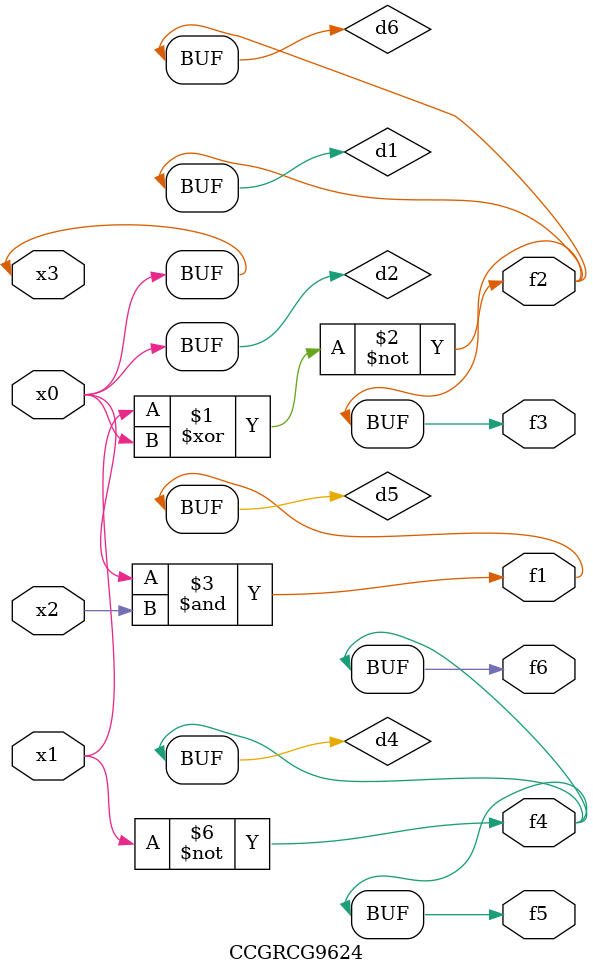
<source format=v>
module CCGRCG9624(
	input x0, x1, x2, x3,
	output f1, f2, f3, f4, f5, f6
);

	wire d1, d2, d3, d4, d5, d6;

	xnor (d1, x1, x3);
	buf (d2, x0, x3);
	nand (d3, x0, x2);
	not (d4, x1);
	nand (d5, d3);
	or (d6, d1);
	assign f1 = d5;
	assign f2 = d6;
	assign f3 = d6;
	assign f4 = d4;
	assign f5 = d4;
	assign f6 = d4;
endmodule

</source>
